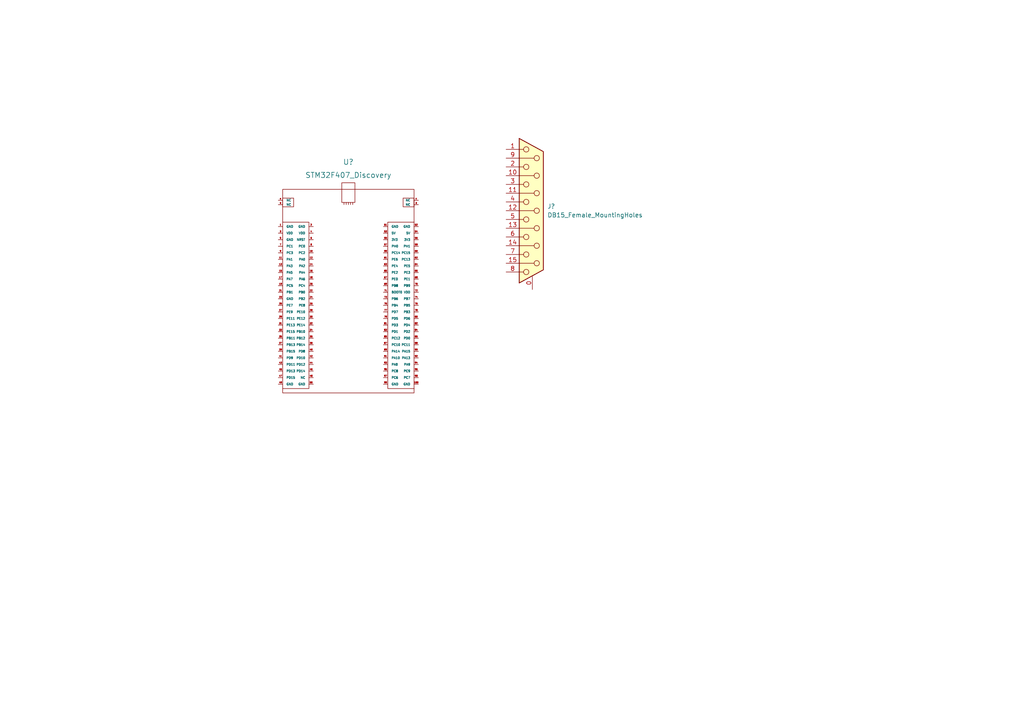
<source format=kicad_sch>
(kicad_sch (version 20211123) (generator eeschema)
  (paper "A4")
  (lib_symbols
    (symbol "Connector:DB15_Female_MountingHoles" (pin_names (offset 1.016) hide)
      (property "Reference" "J" (at 0 24.13 0))
      (property "Value" "DB15_Female_MountingHoles" (at 0 22.225 0))
      (symbol "DB15_Female_MountingHoles_0_1"
        (circle (center -1.778 -17.78) (radius 0.762))
        (circle (center -1.778 -12.7) (radius 0.762))
        (circle (center -1.778 -7.62) (radius 0.762))
        (circle (center -1.778 -2.54) (radius 0.762))
        (circle (center -1.778 2.54) (radius 0.762))
        (circle (center -1.778 7.62) (radius 0.762))
        (circle (center -1.778 12.7) (radius 0.762))
        (circle (center -1.778 17.78) (radius 0.762))
        (polyline (pts (xy -3.81 -17.78) (xy -2.54 -17.78)))
        (polyline (pts (xy -3.81 -15.24) (xy 0.508 -15.24)))
        (polyline (pts (xy -3.81 -12.7) (xy -2.54 -12.7)))
        (polyline (pts (xy -3.81 -10.16) (xy 0.508 -10.16)))
        (polyline (pts (xy -3.81 -7.62) (xy -2.54 -7.62)))
        (polyline (pts (xy -3.81 -5.08) (xy 0.508 -5.08)))
        (polyline (pts (xy -3.81 -2.54) (xy -2.54 -2.54)))
        (polyline (pts (xy -3.81 0) (xy 0.508 0)))
        (polyline (pts (xy -3.81 2.54) (xy -2.54 2.54)))
        (polyline (pts (xy -3.81 5.08) (xy 0.508 5.08)))
        (polyline (pts (xy -3.81 7.62) (xy -2.54 7.62)))
        (polyline (pts (xy -3.81 10.16) (xy 0.508 10.16)))
        (polyline (pts (xy -3.81 12.7) (xy -2.54 12.7)))
        (polyline (pts (xy -3.81 15.24) (xy 0.508 15.24)))
        (polyline (pts (xy -3.81 17.78) (xy -2.54 17.78)))
        (polyline (pts (xy -3.81 20.955) (xy 3.175 17.145) (xy 3.175 -17.145) (xy -3.81 -20.955) (xy -3.81 20.955)) (stroke (width 0.254)) (fill (type background)))
        (circle (center 1.27 -15.24) (radius 0.762))
        (circle (center 1.27 -10.16) (radius 0.762))
        (circle (center 1.27 -5.08) (radius 0.762))
        (circle (center 1.27 0) (radius 0.762))
        (circle (center 1.27 5.08) (radius 0.762))
        (circle (center 1.27 10.16) (radius 0.762))
        (circle (center 1.27 15.24) (radius 0.762))
      )
      (symbol "DB15_Female_MountingHoles_1_1"
        (pin passive line (at 0 -22.86 90) (length 3.81) (name "PAD") (number "0"))
        (pin passive line (at -7.62 17.78 0) (length 3.81) (name "1") (number "1"))
        (pin passive line (at -7.62 10.16 0) (length 3.81) (name "P10") (number "10"))
        (pin passive line (at -7.62 5.08 0) (length 3.81) (name "P111") (number "11"))
        (pin passive line (at -7.62 0 0) (length 3.81) (name "P12") (number "12"))
        (pin passive line (at -7.62 -5.08 0) (length 3.81) (name "P13") (number "13"))
        (pin passive line (at -7.62 -10.16 0) (length 3.81) (name "P14") (number "14"))
        (pin passive line (at -7.62 -15.24 0) (length 3.81) (name "P15") (number "15"))
        (pin passive line (at -7.62 12.7 0) (length 3.81) (name "2") (number "2"))
        (pin passive line (at -7.62 7.62 0) (length 3.81) (name "3") (number "3"))
        (pin passive line (at -7.62 2.54 0) (length 3.81) (name "4") (number "4"))
        (pin passive line (at -7.62 -2.54 0) (length 3.81) (name "5") (number "5"))
        (pin passive line (at -7.62 -7.62 0) (length 3.81) (name "6") (number "6"))
        (pin passive line (at -7.62 -12.7 0) (length 3.81) (name "7") (number "7"))
        (pin passive line (at -7.62 -17.78 0) (length 3.81) (name "8") (number "8"))
        (pin passive line (at -7.62 15.24 0) (length 3.81) (name "P9") (number "9"))
      )
    )
    (symbol "Prashant_library:STM32F407_Discovery" (pin_names (offset 1.016))
      (property "Reference" "U" (at 4.445 40.64 0))
      (property "Value" "STM32F407_Discovery" (at 6.985 -21.59 0))
      (symbol "STM32F407_Discovery_0_1"
        (rectangle (start -19.05 29.845) (end -11.43 -18.415))
        (rectangle (start -19.05 36.83) (end -15.875 34.29))
        (rectangle (start -1.905 41.275) (end 1.905 35.56))
        (polyline (pts (xy -1.27 35.56) (xy -1.27 34.925)))
        (polyline (pts (xy -0.635 35.56) (xy -0.635 34.925)))
        (polyline (pts (xy 0 35.56) (xy 0 34.925)))
        (polyline (pts (xy 0.635 35.56) (xy 0.635 34.925)))
        (polyline (pts (xy 1.27 35.56) (xy 1.27 34.925)))
        (polyline (pts (xy -19.05 -18.415) (xy -19.05 -19.685) (xy 19.05 -19.685) (xy 19.05 -18.415)))
        (polyline (pts (xy -19.05 29.845) (xy -19.05 39.37) (xy 19.05 39.37) (xy 19.05 29.845)))
        (rectangle (start 11.43 29.845) (end 19.05 -18.415))
        (rectangle (start 19.05 36.83) (end 15.875 34.29))
      )
      (symbol "STM32F407_Discovery_1_1"
        (pin input line (at -20.32 28.575 0) (length 1.27) (name "GND") (number "1"))
        (pin input line (at -10.16 20.955 180) (length 1.27) (name "PC2") (number "10"))
        (pin input line (at 20.32 -17.145 180) (length 1.27) (name "GND") (number "100"))
        (pin input line (at -20.32 19.05 0) (length 1.27) (name "PA1") (number "11"))
        (pin input line (at -10.16 19.05 180) (length 1.27) (name "PA0") (number "12"))
        (pin input line (at -20.32 17.145 0) (length 1.27) (name "PA3") (number "13"))
        (pin input line (at -10.16 17.145 180) (length 1.27) (name "PA2") (number "14"))
        (pin input line (at -20.32 15.24 0) (length 1.27) (name "PA5") (number "15"))
        (pin input line (at -10.16 15.24 180) (length 1.27) (name "PA4") (number "16"))
        (pin input line (at -20.32 13.335 0) (length 1.27) (name "PA7") (number "17"))
        (pin input line (at -10.16 13.335 180) (length 1.27) (name "PA6") (number "18"))
        (pin input line (at -20.32 11.43 0) (length 1.27) (name "PC5") (number "19"))
        (pin input line (at -10.16 28.575 180) (length 1.27) (name "GND") (number "2"))
        (pin input line (at -10.16 11.43 180) (length 1.27) (name "PC4") (number "20"))
        (pin input line (at -20.32 9.525 0) (length 1.27) (name "PB1") (number "21"))
        (pin input line (at -10.16 9.525 180) (length 1.27) (name "PB0") (number "22"))
        (pin input line (at -20.32 7.62 0) (length 1.27) (name "GND") (number "23"))
        (pin input line (at -10.16 7.62 180) (length 1.27) (name "PB2") (number "24"))
        (pin input line (at -20.32 5.715 0) (length 1.27) (name "PE7") (number "25"))
        (pin input line (at -10.16 5.715 180) (length 1.27) (name "PE8") (number "26"))
        (pin input line (at -20.32 3.81 0) (length 1.27) (name "PE9") (number "27"))
        (pin input line (at -10.16 3.81 180) (length 1.27) (name "PE10") (number "28"))
        (pin input line (at -20.32 1.905 0) (length 1.27) (name "PE11") (number "29"))
        (pin input line (at -20.32 26.67 0) (length 1.27) (name "VDD") (number "3"))
        (pin input line (at -10.16 1.905 180) (length 1.27) (name "PE12") (number "30"))
        (pin input line (at -20.32 0 0) (length 1.27) (name "PE13") (number "31"))
        (pin input line (at -10.16 0 180) (length 1.27) (name "PE14") (number "32"))
        (pin input line (at -20.32 -1.905 0) (length 1.27) (name "PE15") (number "33"))
        (pin input line (at -10.16 -1.905 180) (length 1.27) (name "PB10") (number "34"))
        (pin input line (at -20.32 -3.81 0) (length 1.27) (name "PB11") (number "35"))
        (pin input line (at -10.16 -3.81 180) (length 1.27) (name "PB12") (number "36"))
        (pin input line (at -20.32 -5.715 0) (length 1.27) (name "PB13") (number "37"))
        (pin input line (at -10.16 -5.715 180) (length 1.27) (name "PB14") (number "38"))
        (pin input line (at -20.32 -7.62 0) (length 1.27) (name "PB15") (number "39"))
        (pin input line (at -10.16 26.67 180) (length 1.27) (name "VDD") (number "4"))
        (pin input line (at -10.16 -7.62 180) (length 1.27) (name "PD8") (number "40"))
        (pin input line (at -20.32 -9.525 0) (length 1.27) (name "PD9") (number "41"))
        (pin input line (at -10.16 -9.525 180) (length 1.27) (name "PD10") (number "42"))
        (pin input line (at -20.32 -11.43 0) (length 1.27) (name "PD11") (number "43"))
        (pin input line (at -10.16 -11.43 180) (length 1.27) (name "PD12") (number "44"))
        (pin input line (at -20.32 -13.335 0) (length 1.27) (name "PD13") (number "45"))
        (pin input line (at -10.16 -13.335 180) (length 1.27) (name "PD14") (number "46"))
        (pin input line (at -20.32 -15.24 0) (length 1.27) (name "PD15") (number "47"))
        (pin input line (at -10.16 -15.24 180) (length 1.27) (name "NC") (number "48"))
        (pin input line (at -20.32 -17.145 0) (length 1.27) (name "GND") (number "49"))
        (pin input line (at -20.32 24.765 0) (length 1.27) (name "GND") (number "5"))
        (pin input line (at -10.16 -17.145 180) (length 1.27) (name "GND") (number "50"))
        (pin input line (at 10.16 28.575 0) (length 1.27) (name "GND") (number "51"))
        (pin input line (at 20.32 28.575 180) (length 1.27) (name "GND") (number "52"))
        (pin input line (at 10.16 26.67 0) (length 1.27) (name "5V") (number "53"))
        (pin input line (at 20.32 26.67 180) (length 1.27) (name "5V") (number "54"))
        (pin input line (at 10.16 24.765 0) (length 1.27) (name "3V3") (number "55"))
        (pin input line (at 20.32 24.765 180) (length 1.27) (name "3V3") (number "56"))
        (pin input line (at 10.16 22.86 0) (length 1.27) (name "PH0") (number "57"))
        (pin input line (at 20.32 22.86 180) (length 1.27) (name "PH1") (number "58"))
        (pin input line (at 10.16 20.955 0) (length 1.27) (name "PC14") (number "59"))
        (pin input line (at -10.16 24.765 180) (length 1.27) (name "NRST") (number "6"))
        (pin input line (at 20.32 20.955 180) (length 1.27) (name "PC15") (number "60"))
        (pin input line (at 10.16 19.05 0) (length 1.27) (name "PE6") (number "61"))
        (pin input line (at 20.32 19.05 180) (length 1.27) (name "PC13") (number "62"))
        (pin input line (at 10.16 17.145 0) (length 1.27) (name "PE4") (number "63"))
        (pin input line (at 20.32 17.145 180) (length 1.27) (name "PE5") (number "64"))
        (pin input line (at 10.16 15.24 0) (length 1.27) (name "PE2") (number "65"))
        (pin input line (at 20.32 15.24 180) (length 1.27) (name "PE3") (number "66"))
        (pin input line (at 10.16 13.335 0) (length 1.27) (name "PE0") (number "67"))
        (pin input line (at 20.32 13.335 180) (length 1.27) (name "PE1") (number "68"))
        (pin input line (at 10.16 11.43 0) (length 1.27) (name "PB8") (number "69"))
        (pin input line (at -20.32 22.86 0) (length 1.27) (name "PC1") (number "7"))
        (pin input line (at 20.32 11.43 180) (length 1.27) (name "PB9") (number "70"))
        (pin input line (at 10.16 9.525 0) (length 1.27) (name "BOOT0") (number "71"))
        (pin input line (at 20.32 9.525 180) (length 1.27) (name "VDD") (number "72"))
        (pin input line (at 10.16 7.62 0) (length 1.27) (name "PB6") (number "73"))
        (pin input line (at 20.32 7.62 180) (length 1.27) (name "PB7") (number "74"))
        (pin input line (at 10.16 5.715 0) (length 1.27) (name "PB4") (number "75"))
        (pin input line (at 20.32 5.715 180) (length 1.27) (name "PB5") (number "76"))
        (pin input line (at 10.16 3.81 0) (length 1.27) (name "PD7") (number "77"))
        (pin input line (at 20.32 3.81 180) (length 1.27) (name "PB3") (number "78"))
        (pin input line (at 10.16 1.905 0) (length 1.27) (name "PD5") (number "79"))
        (pin input line (at -10.16 22.86 180) (length 1.27) (name "PC0") (number "8"))
        (pin input line (at 20.32 1.905 180) (length 1.27) (name "PD6") (number "80"))
        (pin input line (at 10.16 0 0) (length 1.27) (name "PD3") (number "81"))
        (pin input line (at 20.32 0 180) (length 1.27) (name "PD4") (number "82"))
        (pin input line (at 10.16 -1.905 0) (length 1.27) (name "PD1") (number "83"))
        (pin input line (at 20.32 -1.905 180) (length 1.27) (name "PD2") (number "84"))
        (pin input line (at 10.16 -3.81 0) (length 1.27) (name "PC12") (number "85"))
        (pin input line (at 20.32 -3.81 180) (length 1.27) (name "PD0") (number "86"))
        (pin input line (at 10.16 -5.715 0) (length 1.27) (name "PC10") (number "87"))
        (pin input line (at 20.32 -5.715 180) (length 1.27) (name "PC11") (number "88"))
        (pin input line (at 10.16 -7.62 0) (length 1.27) (name "PA14") (number "89"))
        (pin input line (at -20.32 20.955 0) (length 1.27) (name "PC3") (number "9"))
        (pin input line (at 20.32 -7.62 180) (length 1.27) (name "PA15") (number "90"))
        (pin input line (at 10.16 -9.525 0) (length 1.27) (name "PA10") (number "91"))
        (pin input line (at 20.32 -9.525 180) (length 1.27) (name "PA13") (number "92"))
        (pin input line (at 10.16 -11.43 0) (length 1.27) (name "PA8") (number "93"))
        (pin input line (at 20.32 -11.43 180) (length 1.27) (name "PA9") (number "94"))
        (pin input line (at 10.16 -13.335 0) (length 1.27) (name "PC8") (number "95"))
        (pin input line (at 20.32 -13.335 180) (length 1.27) (name "PC9") (number "96"))
        (pin input line (at 10.16 -15.24 0) (length 1.27) (name "PC6") (number "97"))
        (pin input line (at 20.32 -15.24 180) (length 1.27) (name "PC7") (number "98"))
        (pin input line (at 10.16 -17.145 0) (length 1.27) (name "GND") (number "99"))
        (pin input line (at -20.32 36.195 0) (length 1.27) (name "NC") (number "a"))
        (pin input line (at -20.32 34.925 0) (length 1.27) (name "NC") (number "b"))
        (pin input line (at 20.32 36.195 180) (length 1.27) (name "NC") (number "c"))
        (pin input line (at 20.32 34.925 180) (length 1.27) (name "NC") (number "d"))
      )
    )
  )
  (symbol (lib_id "Prashant_library:STM32F407_Discovery") (at 101.0412 94.2848 0) (unit 1)
    (property "Reference" "U?" (at 101.0412 46.99 0) (effects (font (size 1.524 1.524))))
    (property "Value" "STM32F407_Discovery" (at 101.0412 50.8 0) (effects (font (size 1.524 1.524))))
  )
  (symbol (lib_id "Connector:DB15_Female_MountingHoles") (at 154.4066 61.1124 0) (unit 1)
    (property "Reference" "J?" (at 158.75 59.8423 0) (effects (justify left)))
    (property "Value" "DB15_Female_MountingHoles" (at 158.75 62.3823 0) (effects (justify left)))
    (property "Datasheet" " ~" (effects hide))
  )
)
</source>
